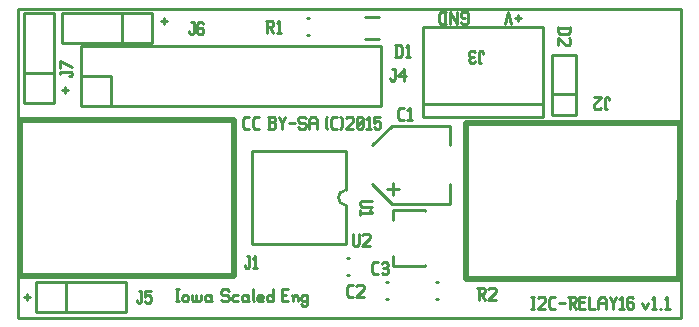
<source format=gbr>
G04 start of page 8 for group -4079 idx -4079 *
G04 Title: (unknown), topsilk *
G04 Creator: pcb 20110918 *
G04 CreationDate: Mon 02 Feb 2015 06:09:46 PM GMT UTC *
G04 For: railfan *
G04 Format: Gerber/RS-274X *
G04 PCB-Dimensions: 222000 104000 *
G04 PCB-Coordinate-Origin: lower left *
%MOIN*%
%FSLAX25Y25*%
%LNTOPSILK*%
%ADD75C,0.0200*%
%ADD74C,0.0100*%
G54D74*X221500Y103500D02*X500D01*
Y500D02*X221500D01*
Y103500D02*Y500D01*
X500D02*Y103500D01*
X166000Y100500D02*X168000D01*
X167000Y101500D02*Y99500D01*
X164800Y98500D02*X163800Y102500D01*
X162800Y98500D01*
X148500D02*X148000Y99000D01*
X148500Y98500D02*X150000D01*
X150500Y99000D02*X150000Y98500D01*
X150500Y102000D02*Y99000D01*
Y102000D02*X150000Y102500D01*
X148500D02*X150000D01*
X148500D02*X148000Y102000D01*
Y101000D01*
X148500Y100500D02*X148000Y101000D01*
X148500Y100500D02*X149500D01*
X146800Y102500D02*Y98500D01*
X144300Y102500D01*
Y98500D01*
X142600Y102500D02*Y98500D01*
X141300D02*X140600Y99200D01*
Y101800D02*Y99200D01*
X141300Y102500D02*X140600Y101800D01*
X141300Y102500D02*X143100D01*
X141300Y98500D02*X143100D01*
X171500Y7500D02*X172500D01*
X172000D02*Y3500D01*
X171500D02*X172500D01*
X173700Y7000D02*X174200Y7500D01*
X175700D01*
X176200Y7000D01*
Y6000D01*
X173700Y3500D02*X176200Y6000D01*
X173700Y3500D02*X176200D01*
X178100D02*X179400D01*
X177400Y4200D02*X178100Y3500D01*
X177400Y6800D02*Y4200D01*
Y6800D02*X178100Y7500D01*
X179400D01*
X180600Y5500D02*X182600D01*
X183800Y7500D02*X185800D01*
X186300Y7000D01*
Y6000D01*
X185800Y5500D02*X186300Y6000D01*
X184300Y5500D02*X185800D01*
X184300Y7500D02*Y3500D01*
X185100Y5500D02*X186300Y3500D01*
X187500Y5700D02*X189000D01*
X187500Y3500D02*X189500D01*
X187500Y7500D02*Y3500D01*
Y7500D02*X189500D01*
X190700D02*Y3500D01*
X192700D01*
X193900Y6500D02*Y3500D01*
Y6500D02*X194600Y7500D01*
X195700D01*
X196400Y6500D01*
Y3500D01*
X193900Y5500D02*X196400D01*
X197600Y7500D02*X198600Y5500D01*
X199600Y7500D01*
X198600Y5500D02*Y3500D01*
X200800Y6700D02*X201600Y7500D01*
Y3500D01*
X200800D02*X202300D01*
X205000Y7500D02*X205500Y7000D01*
X204000Y7500D02*X205000D01*
X203500Y7000D02*X204000Y7500D01*
X203500Y7000D02*Y4000D01*
X204000Y3500D01*
X205000Y5700D02*X205500Y5200D01*
X203500Y5700D02*X205000D01*
X204000Y3500D02*X205000D01*
X205500Y4000D01*
Y5200D02*Y4000D01*
X208500Y5500D02*X209500Y3500D01*
X210500Y5500D02*X209500Y3500D01*
X211700Y6700D02*X212500Y7500D01*
Y3500D01*
X211700D02*X213200D01*
X214400D02*X214900D01*
X216100Y6700D02*X216900Y7500D01*
Y3500D01*
X216100D02*X217600D01*
X48000Y99500D02*X50000D01*
X49000Y100500D02*Y98500D01*
X15000Y76500D02*X17000D01*
X16000Y77500D02*Y75500D01*
X2500Y7500D02*X4500D01*
X3500Y8500D02*Y6500D01*
X53000Y10000D02*X54000D01*
X53500D02*Y6000D01*
X53000D02*X54000D01*
X55200Y7500D02*Y6500D01*
Y7500D02*X55700Y8000D01*
X56700D01*
X57200Y7500D01*
Y6500D01*
X56700Y6000D02*X57200Y6500D01*
X55700Y6000D02*X56700D01*
X55200Y6500D02*X55700Y6000D01*
X58400Y8000D02*Y6500D01*
X58900Y6000D01*
X59400D01*
X59900Y6500D01*
Y8000D02*Y6500D01*
X60400Y6000D01*
X60900D01*
X61400Y6500D01*
Y8000D02*Y6500D01*
X64100Y8000D02*X64600Y7500D01*
X63100Y8000D02*X64100D01*
X62600Y7500D02*X63100Y8000D01*
X62600Y7500D02*Y6500D01*
X63100Y6000D01*
X64600Y8000D02*Y6500D01*
X65100Y6000D01*
X63100D02*X64100D01*
X64600Y6500D01*
X70100Y10000D02*X70600Y9500D01*
X68600Y10000D02*X70100D01*
X68100Y9500D02*X68600Y10000D01*
X68100Y9500D02*Y8500D01*
X68600Y8000D01*
X70100D01*
X70600Y7500D01*
Y6500D01*
X70100Y6000D02*X70600Y6500D01*
X68600Y6000D02*X70100D01*
X68100Y6500D02*X68600Y6000D01*
X72300Y8000D02*X73800D01*
X71800Y7500D02*X72300Y8000D01*
X71800Y7500D02*Y6500D01*
X72300Y6000D01*
X73800D01*
X76500Y8000D02*X77000Y7500D01*
X75500Y8000D02*X76500D01*
X75000Y7500D02*X75500Y8000D01*
X75000Y7500D02*Y6500D01*
X75500Y6000D01*
X77000Y8000D02*Y6500D01*
X77500Y6000D01*
X75500D02*X76500D01*
X77000Y6500D01*
X78700Y10000D02*Y6500D01*
X79200Y6000D01*
X80700D02*X82200D01*
X80200Y6500D02*X80700Y6000D01*
X80200Y7500D02*Y6500D01*
Y7500D02*X80700Y8000D01*
X81700D01*
X82200Y7500D01*
X80200Y7000D02*X82200D01*
Y7500D02*Y7000D01*
X85400Y10000D02*Y6000D01*
X84900D02*X85400Y6500D01*
X83900Y6000D02*X84900D01*
X83400Y6500D02*X83900Y6000D01*
X83400Y7500D02*Y6500D01*
Y7500D02*X83900Y8000D01*
X84900D01*
X85400Y7500D01*
X88400Y8200D02*X89900D01*
X88400Y6000D02*X90400D01*
X88400Y10000D02*Y6000D01*
Y10000D02*X90400D01*
X92100Y7500D02*Y6000D01*
Y7500D02*X92600Y8000D01*
X93100D01*
X93600Y7500D01*
Y6000D01*
X91600Y8000D02*X92100Y7500D01*
X96300Y8000D02*X96800Y7500D01*
X95300Y8000D02*X96300D01*
X94800Y7500D02*X95300Y8000D01*
X94800Y7500D02*Y6500D01*
X95300Y6000D01*
X96300D01*
X96800Y6500D01*
X94800Y5000D02*X95300Y4500D01*
X96300D01*
X96800Y5000D01*
Y8000D02*Y5000D01*
X76200Y63500D02*X77500D01*
X75500Y64200D02*X76200Y63500D01*
X75500Y66800D02*Y64200D01*
Y66800D02*X76200Y67500D01*
X77500D01*
X79400Y63500D02*X80700D01*
X78700Y64200D02*X79400Y63500D01*
X78700Y66800D02*Y64200D01*
Y66800D02*X79400Y67500D01*
X80700D01*
X83700Y63500D02*X85700D01*
X86200Y64000D01*
Y65200D02*Y64000D01*
X85700Y65700D02*X86200Y65200D01*
X84200Y65700D02*X85700D01*
X84200Y67500D02*Y63500D01*
X83700Y67500D02*X85700D01*
X86200Y67000D01*
Y66200D01*
X85700Y65700D02*X86200Y66200D01*
X87400Y67500D02*X88400Y65500D01*
X89400Y67500D01*
X88400Y65500D02*Y63500D01*
X90600Y65500D02*X92600D01*
X95800Y67500D02*X96300Y67000D01*
X94300Y67500D02*X95800D01*
X93800Y67000D02*X94300Y67500D01*
X93800Y67000D02*Y66000D01*
X94300Y65500D01*
X95800D01*
X96300Y65000D01*
Y64000D01*
X95800Y63500D02*X96300Y64000D01*
X94300Y63500D02*X95800D01*
X93800Y64000D02*X94300Y63500D01*
X97500Y66500D02*Y63500D01*
Y66500D02*X98200Y67500D01*
X99300D01*
X100000Y66500D01*
Y63500D01*
X97500Y65500D02*X100000D01*
X103000Y64000D02*X103500Y63500D01*
X103000Y67000D02*X103500Y67500D01*
X103000Y67000D02*Y64000D01*
X105400Y63500D02*X106700D01*
X104700Y64200D02*X105400Y63500D01*
X104700Y66800D02*Y64200D01*
Y66800D02*X105400Y67500D01*
X106700D01*
X107900D02*X108400Y67000D01*
Y64000D01*
X107900Y63500D02*X108400Y64000D01*
X109600Y67000D02*X110100Y67500D01*
X111600D01*
X112100Y67000D01*
Y66000D01*
X109600Y63500D02*X112100Y66000D01*
X109600Y63500D02*X112100D01*
X113300Y64000D02*X113800Y63500D01*
X113300Y67000D02*Y64000D01*
Y67000D02*X113800Y67500D01*
X114800D01*
X115300Y67000D01*
Y64000D01*
X114800Y63500D02*X115300Y64000D01*
X113800Y63500D02*X114800D01*
X113300Y64500D02*X115300Y66500D01*
X116500Y66700D02*X117300Y67500D01*
Y63500D01*
X116500D02*X118000D01*
X119200Y67500D02*X121200D01*
X119200D02*Y65500D01*
X119700Y66000D01*
X120700D01*
X121200Y65500D01*
Y64000D01*
X120700Y63500D02*X121200Y64000D01*
X119700Y63500D02*X120700D01*
X119200Y64000D02*X119700Y63500D01*
X15000Y102000D02*X45000D01*
X15000D02*Y92000D01*
X45000D01*
Y102000D02*Y92000D01*
X35000Y102000D02*Y92000D01*
X45000D01*
X12500Y102000D02*Y72000D01*
X2500Y102000D02*X12500D01*
X2500D02*Y72000D01*
X12500D01*
X2500Y82000D02*X12500D01*
X2500D02*Y72000D01*
X21500Y71000D02*X121500D01*
Y91000D02*Y71000D01*
X21500Y91000D02*X121500D01*
X21500D02*Y71000D01*
X31500Y81000D02*Y71000D01*
X21500Y81000D02*X31500D01*
X116138Y93260D02*X120862D01*
X116138Y100740D02*X120862D01*
X135500Y97300D02*X175500D01*
X135500Y67300D02*X175500D01*
X135500Y71700D02*X175500D01*
Y97300D02*Y67300D01*
X135500Y97300D02*Y67300D01*
X144492Y38508D02*Y45004D01*
Y64492D02*Y57996D01*
X125004Y64492D02*X144492D01*
X125004Y38508D02*X144492D01*
X125004Y64492D02*X118508Y57996D01*
X125004Y38508D02*X118508Y45004D01*
X125500Y45500D02*Y41500D01*
X127500Y43500D02*X123500D01*
X96607Y100255D02*X97393D01*
X96607Y94745D02*X97393D01*
G54D75*X149625Y65500D02*X220925D01*
X149625Y13500D02*X220925D01*
X149625Y65500D02*Y13500D01*
X220925D02*X220945Y65500D01*
G54D74*X186500Y87900D02*Y68200D01*
X178500Y87900D02*Y68200D01*
X186500D01*
X178500Y87900D02*X186500D01*
X178500Y75000D02*X186500D01*
X125355Y17750D02*X135985D01*
X125355Y36250D02*X135985D01*
X125355Y21000D02*Y17750D01*
Y36250D02*Y33000D01*
X135985Y17929D02*Y17750D01*
Y36250D02*Y36071D01*
X78276Y56066D02*X109724D01*
X78276D02*Y24934D01*
X109724D01*
Y56066D02*Y43000D01*
Y38000D02*Y24934D01*
Y43000D02*G75*G03X109724Y38000I0J-2500D01*G01*
G54D75*X1000Y14500D02*X72300D01*
X1000Y66500D02*X72300D01*
Y14500D01*
X1000Y66500D02*X980Y14500D01*
G54D74*X110107Y20255D02*X110893D01*
X110107Y14745D02*X110893D01*
X123107Y6745D02*X123893D01*
X123107Y12255D02*X123893D01*
X139607Y6745D02*X140393D01*
X139607Y12255D02*X140393D01*
X6500Y2500D02*X36500D01*
Y12500D02*Y2500D01*
X6500Y12500D02*X36500D01*
X6500D02*Y2500D01*
X16500Y12500D02*Y2500D01*
X6500Y12500D02*X16500D01*
X125200Y83500D02*X126000D01*
Y80000D01*
X125500Y79500D02*X126000Y80000D01*
X125000Y79500D02*X125500D01*
X124500Y80000D02*X125000Y79500D01*
X124500Y80500D02*Y80000D01*
X127200Y81000D02*X129200Y83500D01*
X127200Y81000D02*X129700D01*
X129200Y83500D02*Y79500D01*
X126500Y91500D02*Y87500D01*
X127800Y91500D02*X128500Y90800D01*
Y88200D01*
X127800Y87500D02*X128500Y88200D01*
X126000Y87500D02*X127800D01*
X126000Y91500D02*X127800D01*
X129700Y90700D02*X130500Y91500D01*
Y87500D01*
X129700D02*X131200D01*
X154000Y85500D02*X154800D01*
X154000Y89000D02*Y85500D01*
X154500Y89500D02*X154000Y89000D01*
X154500Y89500D02*X155000D01*
X155500Y89000D02*X155000Y89500D01*
X155500Y89000D02*Y88500D01*
X152800Y86000D02*X152300Y85500D01*
X151300D02*X152300D01*
X151300D02*X150800Y86000D01*
X151300Y89500D02*X150800Y89000D01*
X151300Y89500D02*X152300D01*
X152800Y89000D02*X152300Y89500D01*
X151300Y87300D02*X152300D01*
X150800Y86800D02*Y86000D01*
Y89000D02*Y87800D01*
X151300Y87300D01*
X150800Y86800D02*X151300Y87300D01*
X127700Y66500D02*X129000D01*
X127000Y67200D02*X127700Y66500D01*
X127000Y69800D02*Y67200D01*
Y69800D02*X127700Y70500D01*
X129000D01*
X130200Y69700D02*X131000Y70500D01*
Y66500D01*
X130200D02*X131700D01*
X196000Y70000D02*X196800D01*
X196000Y73500D02*Y70000D01*
X196500Y74000D02*X196000Y73500D01*
X196500Y74000D02*X197000D01*
X197500Y73500D02*X197000Y74000D01*
X197500Y73500D02*Y73000D01*
X194800Y70500D02*X194300Y70000D01*
X192800D02*X194300D01*
X192800D02*X192300Y70500D01*
Y71500D02*Y70500D01*
X194800Y74000D02*X192300Y71500D01*
Y74000D02*X194800D01*
X180500Y97000D02*X184500D01*
Y95700D02*X183800Y95000D01*
X181200D02*X183800D01*
X180500Y95700D02*X181200Y95000D01*
X180500Y97500D02*Y95700D01*
X184500Y97500D02*Y95700D01*
X184000Y93800D02*X184500Y93300D01*
Y91800D01*
X184000Y91300D01*
X183000D02*X184000D01*
X180500Y93800D02*X183000Y91300D01*
X180500Y93800D02*Y91300D01*
X112000Y28500D02*Y25000D01*
X112500Y24500D01*
X113500D01*
X114000Y25000D01*
Y28500D02*Y25000D01*
X115200Y28000D02*X115700Y28500D01*
X117200D01*
X117700Y28000D01*
Y27000D01*
X115200Y24500D02*X117700Y27000D01*
X115200Y24500D02*X117700D01*
X83000Y99500D02*X85000D01*
X85500Y99000D01*
Y98000D01*
X85000Y97500D02*X85500Y98000D01*
X83500Y97500D02*X85000D01*
X83500Y99500D02*Y95500D01*
X84300Y97500D02*X85500Y95500D01*
X86700Y98700D02*X87500Y99500D01*
Y95500D01*
X86700D02*X88200D01*
X58200Y99000D02*X59000D01*
Y95500D01*
X58500Y95000D02*X59000Y95500D01*
X58000Y95000D02*X58500D01*
X57500Y95500D02*X58000Y95000D01*
X57500Y96000D02*Y95500D01*
X61700Y99000D02*X62200Y98500D01*
X60700Y99000D02*X61700D01*
X60200Y98500D02*X60700Y99000D01*
X60200Y98500D02*Y95500D01*
X60700Y95000D01*
X61700Y97200D02*X62200Y96700D01*
X60200Y97200D02*X61700D01*
X60700Y95000D02*X61700D01*
X62200Y95500D01*
Y96700D02*Y95500D01*
X14500Y82500D02*Y81700D01*
Y82500D02*X18000D01*
X18500Y82000D02*X18000Y82500D01*
X18500Y82000D02*Y81500D01*
X18000Y81000D02*X18500Y81500D01*
X17500Y81000D02*X18000D01*
X18500Y84200D02*X14500Y86200D01*
Y83700D01*
X115000Y39500D02*X118500D01*
X115000D02*X114500Y39000D01*
Y38000D01*
X115000Y37500D01*
X118500D01*
X117700Y36300D02*X118500Y35500D01*
X114500D02*X118500D01*
X114500Y36300D02*Y34800D01*
X119200Y15000D02*X120500D01*
X118500Y15700D02*X119200Y15000D01*
X118500Y18300D02*Y15700D01*
Y18300D02*X119200Y19000D01*
X120500D01*
X121700Y18500D02*X122200Y19000D01*
X123200D01*
X123700Y18500D01*
X123200Y15000D02*X123700Y15500D01*
X122200Y15000D02*X123200D01*
X121700Y15500D02*X122200Y15000D01*
Y17200D02*X123200D01*
X123700Y18500D02*Y17700D01*
Y16700D02*Y15500D01*
Y16700D02*X123200Y17200D01*
X123700Y17700D02*X123200Y17200D01*
X110700Y7500D02*X112000D01*
X110000Y8200D02*X110700Y7500D01*
X110000Y10800D02*Y8200D01*
Y10800D02*X110700Y11500D01*
X112000D01*
X113200Y11000D02*X113700Y11500D01*
X115200D01*
X115700Y11000D01*
Y10000D01*
X113200Y7500D02*X115700Y10000D01*
X113200Y7500D02*X115700D01*
X153500Y10500D02*X155500D01*
X156000Y10000D01*
Y9000D01*
X155500Y8500D02*X156000Y9000D01*
X154000Y8500D02*X155500D01*
X154000Y10500D02*Y6500D01*
X154800Y8500D02*X156000Y6500D01*
X157200Y10000D02*X157700Y10500D01*
X159200D01*
X159700Y10000D01*
Y9000D01*
X157200Y6500D02*X159700Y9000D01*
X157200Y6500D02*X159700D01*
X40700Y9500D02*X41500D01*
Y6000D01*
X41000Y5500D02*X41500Y6000D01*
X40500Y5500D02*X41000D01*
X40000Y6000D02*X40500Y5500D01*
X40000Y6500D02*Y6000D01*
X42700Y9500D02*X44700D01*
X42700D02*Y7500D01*
X43200Y8000D01*
X44200D01*
X44700Y7500D01*
Y6000D01*
X44200Y5500D02*X44700Y6000D01*
X43200Y5500D02*X44200D01*
X42700Y6000D02*X43200Y5500D01*
X76700Y21000D02*X77500D01*
Y17500D01*
X77000Y17000D02*X77500Y17500D01*
X76500Y17000D02*X77000D01*
X76000Y17500D02*X76500Y17000D01*
X76000Y18000D02*Y17500D01*
X78700Y20200D02*X79500Y21000D01*
Y17000D01*
X78700D02*X80200D01*
M02*

</source>
